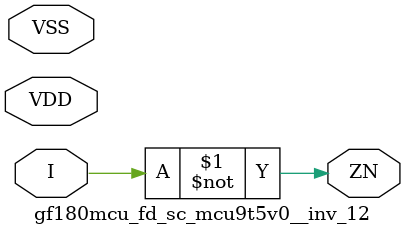
<source format=v>

module gf180mcu_fd_sc_mcu9t5v0__inv_12( I, ZN, VDD, VSS );
input I;
inout VDD, VSS;
output ZN;

	not MGM_BG_0( ZN, I );

endmodule

</source>
